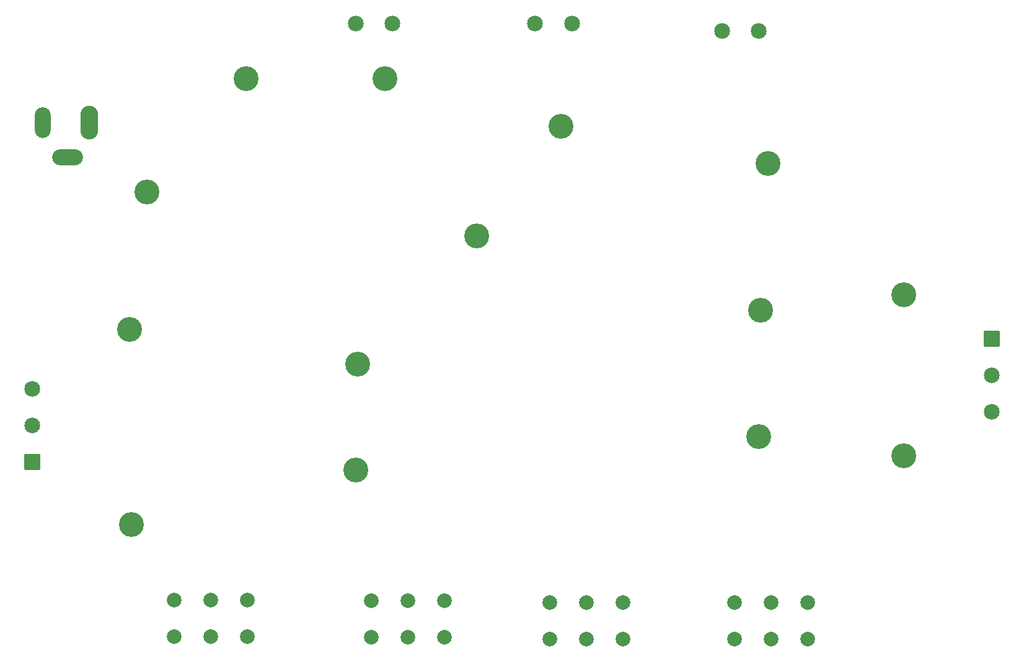
<source format=gbs>
G04 #@! TF.GenerationSoftware,KiCad,Pcbnew,8.0.8*
G04 #@! TF.CreationDate,2025-02-17T02:27:16-05:00*
G04 #@! TF.ProjectId,PreAmpEQ,50726541-6d70-4455-912e-6b696361645f,1.0*
G04 #@! TF.SameCoordinates,Original*
G04 #@! TF.FileFunction,Soldermask,Bot*
G04 #@! TF.FilePolarity,Negative*
%FSLAX46Y46*%
G04 Gerber Fmt 4.6, Leading zero omitted, Abs format (unit mm)*
G04 Created by KiCad (PCBNEW 8.0.8) date 2025-02-17 02:27:16*
%MOMM*%
%LPD*%
G01*
G04 APERTURE LIST*
G04 Aperture macros list*
%AMRoundRect*
0 Rectangle with rounded corners*
0 $1 Rounding radius*
0 $2 $3 $4 $5 $6 $7 $8 $9 X,Y pos of 4 corners*
0 Add a 4 corners polygon primitive as box body*
4,1,4,$2,$3,$4,$5,$6,$7,$8,$9,$2,$3,0*
0 Add four circle primitives for the rounded corners*
1,1,$1+$1,$2,$3*
1,1,$1+$1,$4,$5*
1,1,$1+$1,$6,$7*
1,1,$1+$1,$8,$9*
0 Add four rect primitives between the rounded corners*
20,1,$1+$1,$2,$3,$4,$5,0*
20,1,$1+$1,$4,$5,$6,$7,0*
20,1,$1+$1,$6,$7,$8,$9,0*
20,1,$1+$1,$8,$9,$2,$3,0*%
G04 Aperture macros list end*
%ADD10C,3.400000*%
%ADD11C,2.154000*%
%ADD12C,2.004000*%
%ADD13O,2.404000X4.604000*%
%ADD14O,2.204000X4.204000*%
%ADD15O,4.204000X2.204000*%
%ADD16RoundRect,0.102000X-0.975000X0.975000X-0.975000X-0.975000X0.975000X-0.975000X0.975000X0.975000X0*%
%ADD17RoundRect,0.102000X0.975000X-0.975000X0.975000X0.975000X-0.975000X0.975000X-0.975000X-0.975000X0*%
G04 APERTURE END LIST*
D10*
X100034000Y-66904000D03*
D11*
X153034000Y-43904000D03*
X158034000Y-43904000D03*
D10*
X97589500Y-85726000D03*
X183822000Y-83086000D03*
X203380000Y-80952000D03*
X184848000Y-62992000D03*
D12*
X155020000Y-128016000D03*
X160020000Y-128016000D03*
X165020000Y-128016000D03*
X155020000Y-123016000D03*
X160020000Y-123016000D03*
X165020000Y-123016000D03*
D13*
X92084000Y-57404000D03*
D14*
X85784000Y-57404000D03*
D15*
X89184000Y-62204000D03*
D10*
X128778000Y-90424000D03*
D16*
X215380000Y-87004500D03*
D11*
X215380000Y-92004500D03*
X215380000Y-97004500D03*
D10*
X145034000Y-72904000D03*
X203380000Y-102952000D03*
X183568000Y-100358000D03*
X156534000Y-57904000D03*
D11*
X178534000Y-44904000D03*
X183534000Y-44904000D03*
D12*
X103712000Y-127682000D03*
X108712000Y-127682000D03*
X113712000Y-127682000D03*
X103712000Y-122682000D03*
X108712000Y-122682000D03*
X113712000Y-122682000D03*
D10*
X97843500Y-112386000D03*
X132534000Y-51404000D03*
D17*
X84336000Y-103802000D03*
D11*
X84336000Y-98802000D03*
X84336000Y-93802000D03*
D12*
X180246000Y-128016000D03*
X185246000Y-128016000D03*
X190246000Y-128016000D03*
X180246000Y-123016000D03*
X185246000Y-123016000D03*
X190246000Y-123016000D03*
D11*
X128534000Y-43904000D03*
X133534000Y-43904000D03*
D12*
X130636000Y-127762000D03*
X135636000Y-127762000D03*
X140636000Y-127762000D03*
X130636000Y-122762000D03*
X135636000Y-122762000D03*
X140636000Y-122762000D03*
D10*
X128524000Y-104902000D03*
X113534000Y-51404000D03*
M02*

</source>
